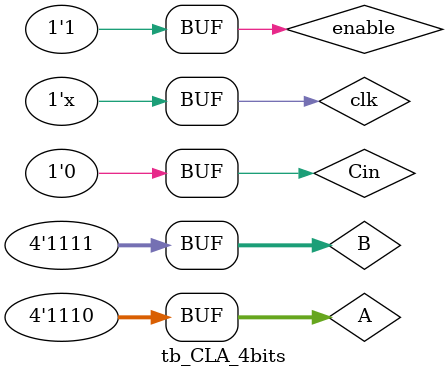
<source format=v>
`timescale 1ns / 1ps

module tb_CLA_4bits;

reg clk;
reg enable;
reg [3:0] A;
reg [3:0] B;
reg Cin;
wire [4:0] Q; 

CLA_4bits uut (
.clk(clk),
.enable(enable),
.A(A),
.B(B),
.Cin(Cin),
.Q(Q)
);

initial
begin

clk = 0;
enable = 1;

#50
enable = 1;
A = 4'b0000;
B = 4'b0101;
Cin = 1'b0;

#50
enable = 1;
A = 4'b0101;
B = 4'b0111;
Cin = 1'b0;

#50
enable = 1;
A = 4'b1000;
B = 4'b0111;
Cin = 1'b1;

#50
enable = 1;
A = 4'b1001;
B = 4'b0100;
Cin = 1'b0;

#50
enable = 1;
A = 4'b1000;
B = 4'b1000;
Cin = 1'b1;

#50
enable = 1;
A = 4'b1101;
B = 4'b1010;
Cin = 1'b1;

#50
enable = 1;
A = 4'b1110;
B = 4'b1111;
Cin = 1'b0;

end
 
always
#5 clk = ~clk;

endmodule

</source>
